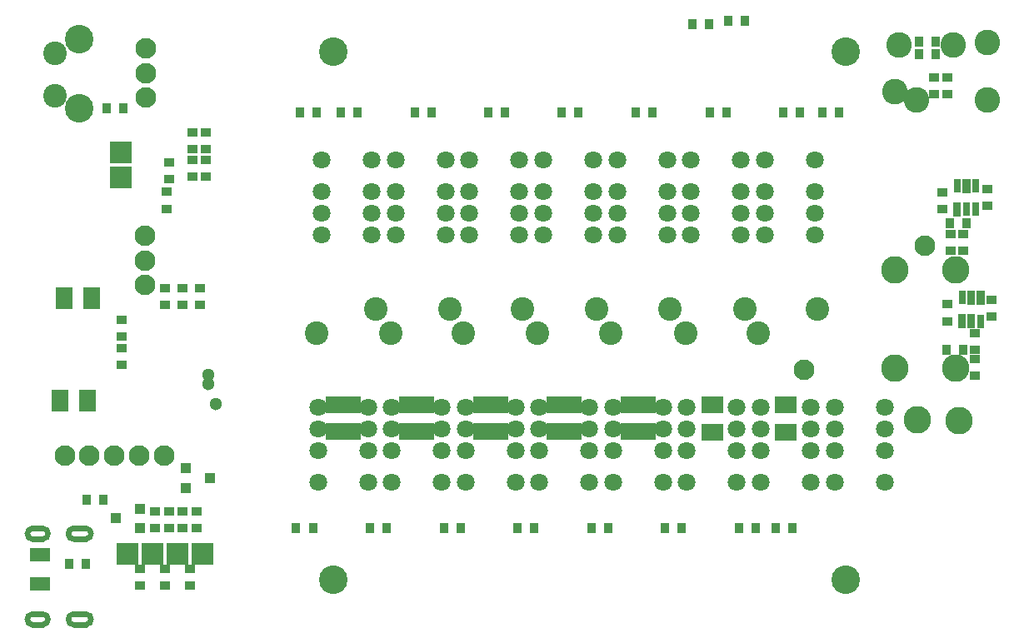
<source format=gbr>
%FSLAX34Y34*%
%MOMM*%
%LNSOLDERMASK_BOTTOM*%
G71*
G01*
%ADD10C,1.800*%
%ADD11C,2.800*%
%ADD12C,2.100*%
%ADD13R,3.600X1.800*%
%ADD14R,0.900X1.100*%
%ADD15C,2.900*%
%ADD16C,2.400*%
%ADD17R,1.800X2.200*%
%ADD18R,1.100X1.000*%
%ADD19R,1.100X0.900*%
%ADD20C,2.100*%
%ADD21R,2.000X1.400*%
%ADD22C,0.600*%
%ADD23C,2.900*%
%ADD24C,2.600*%
%ADD25C,1.300*%
%ADD26R,0.800X1.400*%
%ADD27R,2.200X1.800*%
%LPD*%
X352839Y-250641D02*
G54D10*
D03*
X302039Y-250641D02*
G54D10*
D03*
X352839Y-228641D02*
G54D10*
D03*
X302039Y-228641D02*
G54D10*
D03*
X352839Y-206641D02*
G54D10*
D03*
X302039Y-206641D02*
G54D10*
D03*
X352839Y-174641D02*
G54D10*
D03*
X302039Y-174641D02*
G54D10*
D03*
X427839Y-250641D02*
G54D10*
D03*
X377039Y-250641D02*
G54D10*
D03*
X427839Y-228641D02*
G54D10*
D03*
X377039Y-228641D02*
G54D10*
D03*
X427839Y-206641D02*
G54D10*
D03*
X377039Y-206641D02*
G54D10*
D03*
X427839Y-174641D02*
G54D10*
D03*
X377039Y-174641D02*
G54D10*
D03*
X502839Y-250641D02*
G54D10*
D03*
X452039Y-250641D02*
G54D10*
D03*
X502839Y-228641D02*
G54D10*
D03*
X452039Y-228641D02*
G54D10*
D03*
X502839Y-206641D02*
G54D10*
D03*
X452039Y-206641D02*
G54D10*
D03*
X502839Y-174641D02*
G54D10*
D03*
X452039Y-174641D02*
G54D10*
D03*
X577839Y-250641D02*
G54D10*
D03*
X527039Y-250641D02*
G54D10*
D03*
X577839Y-228641D02*
G54D10*
D03*
X527039Y-228641D02*
G54D10*
D03*
X577839Y-206641D02*
G54D10*
D03*
X527039Y-206641D02*
G54D10*
D03*
X577839Y-174641D02*
G54D10*
D03*
X527039Y-174641D02*
G54D10*
D03*
X652839Y-250641D02*
G54D10*
D03*
X602039Y-250641D02*
G54D10*
D03*
X652839Y-228641D02*
G54D10*
D03*
X602039Y-228641D02*
G54D10*
D03*
X652839Y-206641D02*
G54D10*
D03*
X602039Y-206641D02*
G54D10*
D03*
X652839Y-174641D02*
G54D10*
D03*
X602039Y-174641D02*
G54D10*
D03*
X727839Y-250641D02*
G54D10*
D03*
X677039Y-250641D02*
G54D10*
D03*
X727839Y-228641D02*
G54D10*
D03*
X677039Y-228641D02*
G54D10*
D03*
X727839Y-206641D02*
G54D10*
D03*
X677039Y-206641D02*
G54D10*
D03*
X727839Y-174641D02*
G54D10*
D03*
X677039Y-174641D02*
G54D10*
D03*
X802839Y-250641D02*
G54D10*
D03*
X752039Y-250641D02*
G54D10*
D03*
X802839Y-228641D02*
G54D10*
D03*
X752039Y-228641D02*
G54D10*
D03*
X802839Y-206641D02*
G54D10*
D03*
X752039Y-206641D02*
G54D10*
D03*
X802839Y-174641D02*
G54D10*
D03*
X752039Y-174641D02*
G54D10*
D03*
X448300Y-426000D02*
G54D10*
D03*
X499100Y-426000D02*
G54D10*
D03*
X448300Y-448000D02*
G54D10*
D03*
X499100Y-448000D02*
G54D10*
D03*
X448300Y-470000D02*
G54D10*
D03*
X499100Y-470000D02*
G54D10*
D03*
X448300Y-502000D02*
G54D10*
D03*
X499100Y-502000D02*
G54D10*
D03*
X373100Y-426000D02*
G54D10*
D03*
X423900Y-426000D02*
G54D10*
D03*
X373100Y-448000D02*
G54D10*
D03*
X423900Y-448000D02*
G54D10*
D03*
X373100Y-470000D02*
G54D10*
D03*
X423900Y-470000D02*
G54D10*
D03*
X373100Y-502000D02*
G54D10*
D03*
X423900Y-502000D02*
G54D10*
D03*
X298100Y-426000D02*
G54D10*
D03*
X348900Y-426000D02*
G54D10*
D03*
X298100Y-448000D02*
G54D10*
D03*
X348900Y-448000D02*
G54D10*
D03*
X298100Y-470000D02*
G54D10*
D03*
X348900Y-470000D02*
G54D10*
D03*
X298100Y-502000D02*
G54D10*
D03*
X348900Y-502000D02*
G54D10*
D03*
X884500Y-386500D02*
G54D11*
D03*
X946000Y-386500D02*
G54D11*
D03*
X884500Y-286500D02*
G54D11*
D03*
X946000Y-286500D02*
G54D11*
D03*
X914500Y-261500D02*
G54D12*
D03*
X822999Y-425999D02*
G54D10*
D03*
X873799Y-425999D02*
G54D10*
D03*
X822999Y-447999D02*
G54D10*
D03*
X873799Y-447999D02*
G54D10*
D03*
X822999Y-469999D02*
G54D10*
D03*
X873799Y-469999D02*
G54D10*
D03*
X822999Y-501999D02*
G54D10*
D03*
X873799Y-501999D02*
G54D10*
D03*
X673000Y-426000D02*
G54D10*
D03*
X723800Y-426000D02*
G54D10*
D03*
X673000Y-448000D02*
G54D10*
D03*
X723800Y-448000D02*
G54D10*
D03*
X673000Y-470000D02*
G54D10*
D03*
X723800Y-470000D02*
G54D10*
D03*
X673000Y-502000D02*
G54D10*
D03*
X723800Y-502000D02*
G54D10*
D03*
X598000Y-426000D02*
G54D10*
D03*
X648800Y-426000D02*
G54D10*
D03*
X598000Y-448000D02*
G54D10*
D03*
X648800Y-448000D02*
G54D10*
D03*
X598000Y-470000D02*
G54D10*
D03*
X648800Y-470000D02*
G54D10*
D03*
X598000Y-502000D02*
G54D10*
D03*
X648800Y-502000D02*
G54D10*
D03*
X523000Y-426000D02*
G54D10*
D03*
X573800Y-426000D02*
G54D10*
D03*
X523000Y-448000D02*
G54D10*
D03*
X573800Y-448000D02*
G54D10*
D03*
X523000Y-470000D02*
G54D10*
D03*
X573800Y-470000D02*
G54D10*
D03*
X523000Y-502000D02*
G54D10*
D03*
X573800Y-502000D02*
G54D10*
D03*
X748000Y-426000D02*
G54D10*
D03*
X798800Y-426000D02*
G54D10*
D03*
X748000Y-448000D02*
G54D10*
D03*
X798800Y-448000D02*
G54D10*
D03*
X748000Y-470000D02*
G54D10*
D03*
X798800Y-470000D02*
G54D10*
D03*
X748000Y-502000D02*
G54D10*
D03*
X798800Y-502000D02*
G54D10*
D03*
X398500Y-450500D02*
G54D13*
D03*
X398500Y-424000D02*
G54D13*
D03*
X323500Y-450500D02*
G54D13*
D03*
X323500Y-424000D02*
G54D13*
D03*
X779890Y-548554D02*
G54D14*
D03*
X762887Y-548553D02*
G54D14*
D03*
X726000Y-548500D02*
G54D14*
D03*
X743003Y-548500D02*
G54D14*
D03*
X651000Y-548500D02*
G54D14*
D03*
X668003Y-548500D02*
G54D14*
D03*
X576000Y-548500D02*
G54D14*
D03*
X593003Y-548500D02*
G54D14*
D03*
X501000Y-548500D02*
G54D14*
D03*
X518004Y-548500D02*
G54D14*
D03*
X426000Y-548500D02*
G54D14*
D03*
X443004Y-548500D02*
G54D14*
D03*
X351000Y-548500D02*
G54D14*
D03*
X368004Y-548500D02*
G54D14*
D03*
X276000Y-548500D02*
G54D14*
D03*
X293003Y-548500D02*
G54D14*
D03*
X828000Y-126500D02*
G54D14*
D03*
X811000Y-126495D02*
G54D14*
D03*
X770500Y-126500D02*
G54D14*
D03*
X787500Y-126505D02*
G54D14*
D03*
X696000Y-126500D02*
G54D14*
D03*
X713000Y-126505D02*
G54D14*
D03*
X621000Y-126500D02*
G54D14*
D03*
X638000Y-126505D02*
G54D14*
D03*
X546000Y-126500D02*
G54D14*
D03*
X563000Y-126505D02*
G54D14*
D03*
X471500Y-126500D02*
G54D14*
D03*
X488500Y-126505D02*
G54D14*
D03*
X397000Y-126500D02*
G54D14*
D03*
X414000Y-126505D02*
G54D14*
D03*
X321500Y-126500D02*
G54D14*
D03*
X338500Y-126505D02*
G54D14*
D03*
X279500Y-126500D02*
G54D14*
D03*
X296500Y-126505D02*
G54D14*
D03*
G36*
X144500Y-586000D02*
X144500Y-564000D01*
X166500Y-564000D01*
X166500Y-586000D01*
X144500Y-586000D01*
G37*
G36*
X141000Y-564000D02*
X141000Y-586000D01*
X119000Y-586000D01*
X119000Y-564000D01*
X141000Y-564000D01*
G37*
X55871Y-52090D02*
G54D15*
D03*
X55871Y-122090D02*
G54D15*
D03*
X30871Y-66090D02*
G54D16*
D03*
X30871Y-109091D02*
G54D16*
D03*
X64000Y-419500D02*
G54D17*
D03*
X36003Y-419498D02*
G54D17*
D03*
X68500Y-315500D02*
G54D17*
D03*
X40497Y-315500D02*
G54D17*
D03*
X121942Y-251907D02*
G54D12*
D03*
X121942Y-276907D02*
G54D12*
D03*
X121942Y-301907D02*
G54D12*
D03*
X123000Y-111500D02*
G54D12*
D03*
X123000Y-86500D02*
G54D12*
D03*
X123000Y-61500D02*
G54D12*
D03*
X117500Y-529000D02*
G54D18*
D03*
X117496Y-549000D02*
G54D18*
D03*
X92896Y-539001D02*
G54D18*
D03*
X146500Y-549000D02*
G54D19*
D03*
X146500Y-532000D02*
G54D19*
D03*
X132500Y-532000D02*
G54D19*
D03*
X132498Y-548995D02*
G54D19*
D03*
X116563Y-474965D02*
G54D20*
D03*
X91163Y-474964D02*
G54D20*
D03*
X65763Y-474964D02*
G54D20*
D03*
X141963Y-474964D02*
G54D20*
D03*
X41363Y-474965D02*
G54D20*
D03*
X15500Y-606000D02*
G54D21*
D03*
X15500Y-576000D02*
G54D21*
D03*
X164000Y-508000D02*
G54D18*
D03*
X163999Y-487997D02*
G54D18*
D03*
X188600Y-498000D02*
G54D18*
D03*
X174500Y-549000D02*
G54D19*
D03*
X174501Y-532003D02*
G54D19*
D03*
X99000Y-337500D02*
G54D19*
D03*
X99000Y-354500D02*
G54D19*
D03*
X83500Y-122000D02*
G54D14*
D03*
X100500Y-122000D02*
G54D14*
D03*
X143081Y-322253D02*
G54D19*
D03*
X143080Y-305247D02*
G54D19*
D03*
X160081Y-322253D02*
G54D19*
D03*
X160080Y-305247D02*
G54D19*
D03*
X178081Y-322253D02*
G54D19*
D03*
X178080Y-305247D02*
G54D19*
D03*
X147081Y-177253D02*
G54D19*
D03*
X147081Y-194253D02*
G54D19*
D03*
X144081Y-224253D02*
G54D19*
D03*
X144081Y-207253D02*
G54D19*
D03*
X99000Y-383000D02*
G54D19*
D03*
X98999Y-366009D02*
G54D19*
D03*
X184190Y-191730D02*
G54D19*
D03*
X184188Y-174733D02*
G54D19*
D03*
X170190Y-191730D02*
G54D19*
D03*
X170188Y-174733D02*
G54D19*
D03*
X184188Y-163733D02*
G54D19*
D03*
X184190Y-146727D02*
G54D19*
D03*
X170188Y-163733D02*
G54D19*
D03*
X170190Y-146727D02*
G54D19*
D03*
X296989Y-351159D02*
G54D16*
D03*
X356989Y-326159D02*
G54D16*
D03*
X371989Y-351159D02*
G54D16*
D03*
X431989Y-326159D02*
G54D16*
D03*
X445989Y-351159D02*
G54D16*
D03*
X505989Y-326159D02*
G54D16*
D03*
X520989Y-351159D02*
G54D16*
D03*
X580989Y-326159D02*
G54D16*
D03*
X595989Y-351159D02*
G54D16*
D03*
X655989Y-326159D02*
G54D16*
D03*
X671989Y-351159D02*
G54D16*
D03*
X731989Y-326159D02*
G54D16*
D03*
X745489Y-351159D02*
G54D16*
D03*
X805489Y-326159D02*
G54D16*
D03*
G54D22*
G75*
G01X50007Y-549158D02*
G03X50007Y-560158I0J-5500D01*
G01*
G54D22*
G75*
G01X62007Y-560158D02*
G03X62007Y-549158I0J5500D01*
G01*
G54D22*
X50007Y-549158D02*
X62007Y-549158D01*
G54D22*
X62007Y-560158D02*
X50007Y-560158D01*
G54D22*
G75*
G01X50007Y-636158D02*
G03X50007Y-647158I0J-5500D01*
G01*
G54D22*
G75*
G01X62007Y-647158D02*
G03X62007Y-636158I0J5500D01*
G01*
G54D22*
X50007Y-636158D02*
X62007Y-636158D01*
G54D22*
X62007Y-647158D02*
X50007Y-647158D01*
G54D22*
G75*
G01X8307Y-549158D02*
G03X8307Y-560158I0J-5500D01*
G01*
G54D22*
G75*
G01X18307Y-560158D02*
G03X18307Y-549158I0J5500D01*
G01*
G54D22*
X8307Y-549158D02*
X18307Y-549158D01*
G54D22*
X18307Y-560158D02*
X8307Y-560158D01*
G54D22*
G75*
G01X8307Y-636158D02*
G03X8307Y-647158I0J-5500D01*
G01*
G54D22*
G75*
G01X18307Y-647158D02*
G03X18307Y-636158I0J5500D01*
G01*
G54D22*
X8307Y-636158D02*
X18307Y-636158D01*
G54D22*
X18307Y-647158D02*
X8307Y-647158D01*
X160500Y-549000D02*
G54D19*
D03*
X160498Y-532005D02*
G54D19*
D03*
G36*
X115500Y-564000D02*
X115500Y-586000D01*
X93500Y-586000D01*
X93500Y-564000D01*
X115500Y-564000D01*
G37*
G36*
X192000Y-564000D02*
X192000Y-586000D01*
X170000Y-586000D01*
X170000Y-564000D01*
X192000Y-564000D01*
G37*
X168000Y-590000D02*
G54D19*
D03*
X168003Y-607003D02*
G54D19*
D03*
X143000Y-590000D02*
G54D19*
D03*
X143003Y-607003D02*
G54D19*
D03*
X117500Y-590000D02*
G54D19*
D03*
X117503Y-606998D02*
G54D19*
D03*
X792000Y-388000D02*
G54D12*
D03*
X834000Y-64500D02*
G54D23*
D03*
X834000Y-601500D02*
G54D23*
D03*
X314000Y-601500D02*
G54D23*
D03*
X314000Y-64500D02*
G54D23*
D03*
G36*
X87000Y-156000D02*
X109000Y-156000D01*
X109000Y-178000D01*
X87000Y-178000D01*
X87000Y-156000D01*
G37*
G36*
X86990Y-181390D02*
X108990Y-181390D01*
X108990Y-203390D01*
X86990Y-203390D01*
X86990Y-181390D01*
G37*
X977989Y-113546D02*
G54D24*
D03*
X943990Y-58145D02*
G54D24*
D03*
X977990Y-55485D02*
G54D24*
D03*
X905993Y-113343D02*
G54D24*
D03*
X883980Y-105364D02*
G54D24*
D03*
X888988Y-58046D02*
G54D24*
D03*
X949640Y-439490D02*
G54D11*
D03*
X907000Y-439000D02*
G54D11*
D03*
X80000Y-520000D02*
G54D14*
D03*
X62994Y-519995D02*
G54D14*
D03*
X909000Y-67500D02*
G54D14*
D03*
X926004Y-67497D02*
G54D14*
D03*
X937500Y-91000D02*
G54D19*
D03*
X937504Y-108004D02*
G54D19*
D03*
X194000Y-422500D02*
G54D25*
D03*
X186500Y-393500D02*
G54D25*
D03*
X186500Y-402500D02*
G54D25*
D03*
X924500Y-91000D02*
G54D19*
D03*
X924503Y-108004D02*
G54D19*
D03*
X909000Y-54500D02*
G54D14*
D03*
X926003Y-54497D02*
G54D14*
D03*
X732000Y-33000D02*
G54D14*
D03*
X714996Y-33003D02*
G54D14*
D03*
X695500Y-36500D02*
G54D14*
D03*
X678496Y-36503D02*
G54D14*
D03*
X933000Y-225000D02*
G54D19*
D03*
X932996Y-207996D02*
G54D19*
D03*
X954000Y-250000D02*
G54D19*
D03*
X954003Y-267004D02*
G54D19*
D03*
G36*
X943500Y-218000D02*
X951500Y-218000D01*
X951500Y-232000D01*
X943500Y-232000D01*
X943500Y-218000D01*
G37*
X947500Y-201188D02*
G54D26*
D03*
X957026Y-225001D02*
G54D26*
D03*
G36*
X953025Y-194188D02*
X961025Y-194187D01*
X961025Y-208187D01*
X953025Y-208188D01*
X953025Y-194188D01*
G37*
X966550Y-225000D02*
G54D26*
D03*
X966550Y-201188D02*
G54D26*
D03*
X941000Y-267000D02*
G54D19*
D03*
X940997Y-249995D02*
G54D19*
D03*
X954000Y-368000D02*
G54D14*
D03*
X936997Y-368003D02*
G54D14*
D03*
G36*
X948499Y-331500D02*
X956499Y-331500D01*
X956499Y-345500D01*
X948499Y-345500D01*
X948499Y-331500D01*
G37*
X952499Y-314688D02*
G54D26*
D03*
G36*
X958025Y-331501D02*
X966025Y-331501D01*
X966026Y-345501D01*
X958026Y-345501D01*
X958025Y-331501D01*
G37*
G36*
X958025Y-307688D02*
X966025Y-307688D01*
X966025Y-321688D01*
X958025Y-321688D01*
X958025Y-307688D01*
G37*
X971549Y-338500D02*
G54D26*
D03*
G36*
X967549Y-307688D02*
X975549Y-307688D01*
X975550Y-321688D01*
X967550Y-321688D01*
X967549Y-307688D01*
G37*
X966000Y-394000D02*
G54D19*
D03*
X965996Y-376995D02*
G54D19*
D03*
X957000Y-239000D02*
G54D14*
D03*
X939996Y-239002D02*
G54D14*
D03*
X978000Y-221000D02*
G54D19*
D03*
X977996Y-203996D02*
G54D19*
D03*
X966000Y-367500D02*
G54D19*
D03*
X965998Y-350496D02*
G54D19*
D03*
X938000Y-338500D02*
G54D19*
D03*
X937996Y-321496D02*
G54D19*
D03*
X982500Y-334250D02*
G54D19*
D03*
X982496Y-317246D02*
G54D19*
D03*
X773500Y-451500D02*
G54D27*
D03*
X773498Y-423494D02*
G54D27*
D03*
X698500Y-451500D02*
G54D27*
D03*
X698498Y-423494D02*
G54D27*
D03*
X473500Y-450500D02*
G54D13*
D03*
X548500Y-450500D02*
G54D13*
D03*
X623500Y-450500D02*
G54D13*
D03*
X473500Y-424000D02*
G54D13*
D03*
X548500Y-424000D02*
G54D13*
D03*
X623500Y-424000D02*
G54D13*
D03*
X62000Y-585000D02*
G54D14*
D03*
X44994Y-584995D02*
G54D14*
D03*
M02*

</source>
